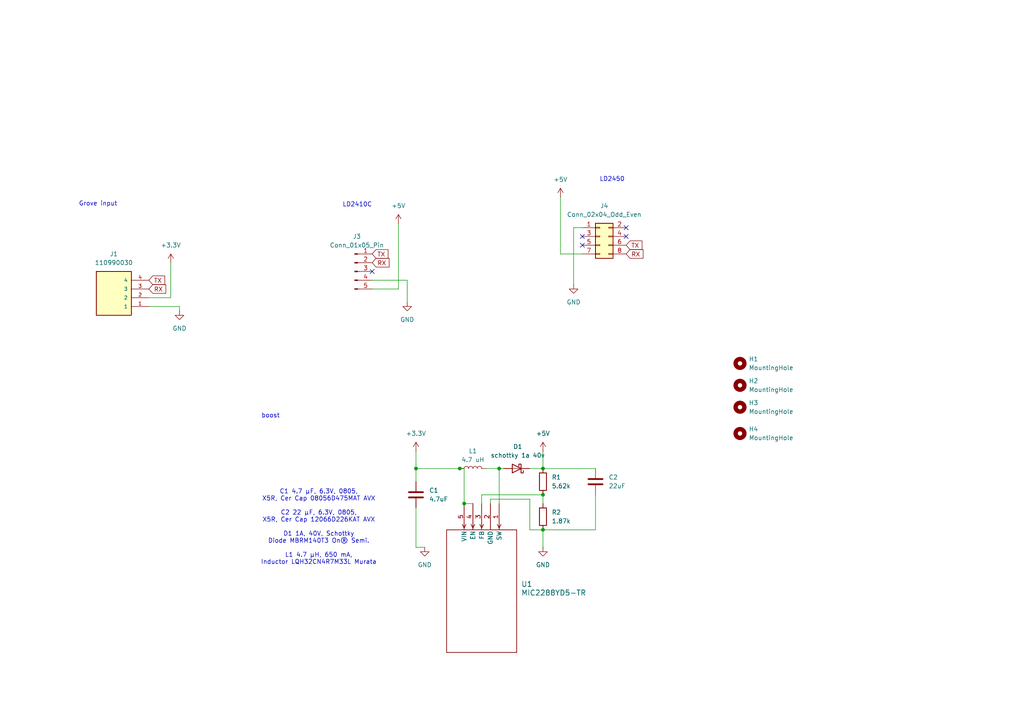
<source format=kicad_sch>
(kicad_sch (version 20231120) (generator "eeschema") (generator_version "8.0")
  (paper "A4")
  (lib_symbols
    (symbol "110990030:110990030" (pin_names (offset 1.016))
      (property "Reference" "J" (at -5.08 5.842 0))
      (property "Value" "110990030" (at -5.08 -8.382 0))
      (symbol "110990030_0_0"
        (rectangle (start -5.08 -7.62) (end 5.08 5.08) (stroke (width 0.254)) (fill (type background)))
        (pin passive line (at -10.16 2.54 0) (length 5.08) (name "1") (number "1"))
        (pin passive line (at -10.16 0 0) (length 5.08) (name "2") (number "2"))
        (pin passive line (at -10.16 -2.54 0) (length 5.08) (name "3") (number "3"))
        (pin passive line (at -10.16 -5.08 0) (length 5.08) (name "4") (number "4"))
      )
    )
    (symbol "Connector:Conn_01x05_Pin" (pin_names (offset 1.016) hide)
      (property "Reference" "J" (at 0 7.62 0))
      (property "Value" "Conn_01x05_Pin" (at 0 -7.62 0))
      (symbol "Conn_01x05_Pin_1_1"
        (polyline (pts (xy 1.27 -5.08) (xy 0.8636 -5.08)) (stroke (width 0.1524)))
        (polyline (pts (xy 1.27 -2.54) (xy 0.8636 -2.54)) (stroke (width 0.1524)))
        (polyline (pts (xy 1.27 0) (xy 0.8636 0)) (stroke (width 0.1524)))
        (polyline (pts (xy 1.27 2.54) (xy 0.8636 2.54)) (stroke (width 0.1524)))
        (polyline (pts (xy 1.27 5.08) (xy 0.8636 5.08)) (stroke (width 0.1524)))
        (rectangle (start 0.8636 -4.953) (end 0 -5.207) (stroke (width 0.1524)) (fill (type outline)))
        (rectangle (start 0.8636 -2.413) (end 0 -2.667) (stroke (width 0.1524)) (fill (type outline)))
        (rectangle (start 0.8636 0.127) (end 0 -0.127) (stroke (width 0.1524)) (fill (type outline)))
        (rectangle (start 0.8636 2.667) (end 0 2.413) (stroke (width 0.1524)) (fill (type outline)))
        (rectangle (start 0.8636 5.207) (end 0 4.953) (stroke (width 0.1524)) (fill (type outline)))
        (pin passive line (at 5.08 5.08 180) (length 3.81) (name "Pin_1") (number "1"))
        (pin passive line (at 5.08 2.54 180) (length 3.81) (name "Pin_2") (number "2"))
        (pin passive line (at 5.08 0 180) (length 3.81) (name "Pin_3") (number "3"))
        (pin passive line (at 5.08 -2.54 180) (length 3.81) (name "Pin_4") (number "4"))
        (pin passive line (at 5.08 -5.08 180) (length 3.81) (name "Pin_5") (number "5"))
      )
    )
    (symbol "Connector_Generic:Conn_02x04_Odd_Even" (pin_names (offset 1.016) hide)
      (property "Reference" "J" (at 1.27 5.08 0))
      (property "Value" "Conn_02x04_Odd_Even" (at 1.27 -7.62 0))
      (symbol "Conn_02x04_Odd_Even_1_1"
        (rectangle (start -1.27 -4.953) (end 0 -5.207) (stroke (width 0.1524)))
        (rectangle (start -1.27 -2.413) (end 0 -2.667) (stroke (width 0.1524)))
        (rectangle (start -1.27 0.127) (end 0 -0.127) (stroke (width 0.1524)))
        (rectangle (start -1.27 2.667) (end 0 2.413) (stroke (width 0.1524)))
        (rectangle (start -1.27 3.81) (end 3.81 -6.35) (stroke (width 0.254)) (fill (type background)))
        (rectangle (start 3.81 -4.953) (end 2.54 -5.207) (stroke (width 0.1524)))
        (rectangle (start 3.81 -2.413) (end 2.54 -2.667) (stroke (width 0.1524)))
        (rectangle (start 3.81 0.127) (end 2.54 -0.127) (stroke (width 0.1524)))
        (rectangle (start 3.81 2.667) (end 2.54 2.413) (stroke (width 0.1524)))
        (pin passive line (at -5.08 2.54 0) (length 3.81) (name "Pin_1") (number "1"))
        (pin passive line (at 7.62 2.54 180) (length 3.81) (name "Pin_2") (number "2"))
        (pin passive line (at -5.08 0 0) (length 3.81) (name "Pin_3") (number "3"))
        (pin passive line (at 7.62 0 180) (length 3.81) (name "Pin_4") (number "4"))
        (pin passive line (at -5.08 -2.54 0) (length 3.81) (name "Pin_5") (number "5"))
        (pin passive line (at 7.62 -2.54 180) (length 3.81) (name "Pin_6") (number "6"))
        (pin passive line (at -5.08 -5.08 0) (length 3.81) (name "Pin_7") (number "7"))
        (pin passive line (at 7.62 -5.08 180) (length 3.81) (name "Pin_8") (number "8"))
      )
    )
    (symbol "Device:C" (pin_numbers hide) (pin_names (offset 0.254))
      (property "Reference" "C" (at 0.635 2.54 0))
      (property "Value" "C" (at 0.635 -2.54 0))
      (symbol "C_0_1"
        (polyline (pts (xy -2.032 -0.762) (xy 2.032 -0.762)) (stroke (width 0.508)))
        (polyline (pts (xy -2.032 0.762) (xy 2.032 0.762)) (stroke (width 0.508)))
      )
      (symbol "C_1_1"
        (pin passive line (at 0 3.81 270) (length 2.794) (name "~") (number "1"))
        (pin passive line (at 0 -3.81 90) (length 2.794) (name "~") (number "2"))
      )
    )
    (symbol "Device:D_Schottky" (pin_numbers hide) (pin_names (offset 1.016) hide)
      (property "Reference" "D" (at 0 2.54 0))
      (property "Value" "D_Schottky" (at 0 -2.54 0))
      (symbol "D_Schottky_0_1"
        (polyline (pts (xy 1.27 0) (xy -1.27 0)))
        (polyline (pts (xy 1.27 1.27) (xy 1.27 -1.27) (xy -1.27 0) (xy 1.27 1.27)) (stroke (width 0.254)))
        (polyline (pts (xy -1.905 0.635) (xy -1.905 1.27) (xy -1.27 1.27) (xy -1.27 -1.27) (xy -0.635 -1.27) (xy -0.635 -0.635)) (stroke (width 0.254)))
      )
      (symbol "D_Schottky_1_1"
        (pin passive line (at -3.81 0 0) (length 2.54) (name "K") (number "1"))
        (pin passive line (at 3.81 0 180) (length 2.54) (name "A") (number "2"))
      )
    )
    (symbol "Device:L" (pin_numbers hide) (pin_names (offset 1.016) hide)
      (property "Reference" "L" (at -1.27 0 90))
      (property "Value" "L" (at 1.905 0 90))
      (symbol "L_0_1"
        (arc (start 0 -2.54) (mid 0.6323 -1.905) (end 0 -1.27))
        (arc (start 0 -1.27) (mid 0.6323 -0.635) (end 0 0))
        (arc (start 0 0) (mid 0.6323 0.635) (end 0 1.27))
        (arc (start 0 1.27) (mid 0.6323 1.905) (end 0 2.54))
      )
      (symbol "L_1_1"
        (pin passive line (at 0 3.81 270) (length 1.27) (name "1") (number "1"))
        (pin passive line (at 0 -3.81 90) (length 1.27) (name "2") (number "2"))
      )
    )
    (symbol "Device:R" (pin_numbers hide) (pin_names (offset 0))
      (property "Reference" "R" (at 2.032 0 90))
      (property "Value" "R" (at 0 0 90))
      (symbol "R_0_1"
        (rectangle (start -1.016 -2.54) (end 1.016 2.54) (stroke (width 0.254)))
      )
      (symbol "R_1_1"
        (pin passive line (at 0 3.81 270) (length 1.27) (name "~") (number "1"))
        (pin passive line (at 0 -3.81 90) (length 1.27) (name "~") (number "2"))
      )
    )
    (symbol "MIC2288YD5:MIC2288YD5-TR" (pin_names (offset 0.254))
      (property "Reference" "U" (at 25.4 10.16 0))
      (property "Value" "MIC2288YD5-TR" (at 25.4 7.62 0))
      (symbol "MIC2288YD5-TR_0_1"
        (polyline (pts (xy 7.0993 -10.16) (xy 6.0579 -10.6807)) (stroke (width 0.2032)))
        (polyline (pts (xy 7.0993 -10.16) (xy 6.0579 -9.6393)) (stroke (width 0.2032)))
        (polyline (pts (xy 7.0993 -7.62) (xy 6.0579 -8.1407)) (stroke (width 0.2032)))
        (polyline (pts (xy 7.0993 -7.62) (xy 6.0579 -7.0993)) (stroke (width 0.2032)))
        (polyline (pts (xy 7.0993 -5.08) (xy 6.0579 -5.6007)) (stroke (width 0.2032)))
        (polyline (pts (xy 7.0993 -5.08) (xy 6.0579 -4.5593)) (stroke (width 0.2032)))
        (polyline (pts (xy 7.0993 0) (xy 6.0579 -0.5207)) (stroke (width 0.2032)))
        (polyline (pts (xy 7.0993 0) (xy 6.0579 0.5207)) (stroke (width 0.2032)))
        (polyline (pts (xy 7.62 -15.24) (xy 43.18 -15.24)) (stroke (width 0.2032)))
        (polyline (pts (xy 7.62 5.08) (xy 7.62 -15.24)) (stroke (width 0.2032)))
        (polyline (pts (xy 43.18 -15.24) (xy 43.18 5.08)) (stroke (width 0.2032)))
        (polyline (pts (xy 43.18 5.08) (xy 7.62 5.08)) (stroke (width 0.2032)))
        (pin input line (at 0 0 0) (length 7.62) (name "SW") (number "1"))
        (pin power_in line (at 0 -2.54 0) (length 7.62) (name "GND") (number "2"))
        (pin input line (at 0 -5.08 0) (length 7.62) (name "FB") (number "3"))
        (pin input line (at 0 -7.62 0) (length 7.62) (name "EN") (number "4"))
        (pin input line (at 0 -10.16 0) (length 7.62) (name "VIN") (number "5"))
      )
    )
    (symbol "Mechanical:MountingHole" (pin_names (offset 1.016)) (exclude_from_sim yes) (in_bom no)
      (property "Reference" "H" (at 0 5.08 0))
      (property "Value" "MountingHole" (at 0 3.175 0))
      (symbol "MountingHole_0_1"
        (circle (center 0 0) (radius 1.27) (stroke (width 1.27)))
      )
    )
    (symbol "power:+3.3V" (power) (pin_numbers hide) (pin_names (offset 0) hide)
      (property "Value" "+3.3V" (at 0 3.556 0))
      (symbol "+3.3V_0_1"
        (polyline (pts (xy -0.762 1.27) (xy 0 2.54)))
        (polyline (pts (xy 0 0) (xy 0 2.54)))
        (polyline (pts (xy 0 2.54) (xy 0.762 1.27)))
      )
      (symbol "+3.3V_1_1"
        (pin power_in line (at 0 0 90) (length 0) (name "~") (number "1"))
      )
    )
    (symbol "power:+5V" (power) (pin_numbers hide) (pin_names (offset 0) hide)
      (property "Value" "+5V" (at 0 3.556 0))
      (symbol "+5V_0_1"
        (polyline (pts (xy -0.762 1.27) (xy 0 2.54)))
        (polyline (pts (xy 0 0) (xy 0 2.54)))
        (polyline (pts (xy 0 2.54) (xy 0.762 1.27)))
      )
      (symbol "+5V_1_1"
        (pin power_in line (at 0 0 90) (length 0) (name "~") (number "1"))
      )
    )
    (symbol "power:GND" (power) (pin_numbers hide) (pin_names (offset 0) hide)
      (property "Value" "GND" (at 0 -3.81 0))
      (symbol "GND_0_1"
        (polyline (pts (xy 0 0) (xy 0 -1.27) (xy 1.27 -1.27) (xy 0 -2.54) (xy -1.27 -1.27) (xy 0 -1.27)))
      )
      (symbol "GND_1_1"
        (pin power_in line (at 0 0 270) (length 0) (name "~") (number "1"))
      )
    )
  )
  (junction (at 157.48 135.89))
  (junction (at 134.62 146.05))
  (junction (at 157.48 153.67))
  (junction (at 120.65 135.89))
  (junction (at 157.48 143.51))
  (junction (at 144.78 135.89))
  (junction (at 133.35 135.89))
  (no_connect (at 168.91 71.12))
  (no_connect (at 181.61 68.58))
  (no_connect (at 168.91 68.58))
  (no_connect (at 181.61 66.04))
  (no_connect (at 107.95 78.74))
  (wire (pts (xy 120.65 135.89) (xy 120.65 139.7)))
  (wire (pts (xy 172.72 143.51) (xy 172.72 153.67)))
  (wire (pts (xy 153.67 135.89) (xy 157.48 135.89)))
  (wire (pts (xy 120.65 135.89) (xy 133.35 135.89)))
  (wire (pts (xy 162.56 73.66) (xy 168.91 73.66)))
  (wire (pts (xy 157.48 153.67) (xy 157.48 158.75)))
  (wire (pts (xy 43.18 88.9) (xy 52.07 88.9)))
  (wire (pts (xy 134.62 146.05) (xy 134.62 135.89)))
  (wire (pts (xy 162.56 57.15) (xy 162.56 73.66)))
  (wire (pts (xy 142.24 144.78) (xy 153.67 144.78)))
  (wire (pts (xy 168.91 66.04) (xy 166.37 66.04)))
  (wire (pts (xy 133.35 135.89) (xy 134.62 135.89)))
  (wire (pts (xy 139.7 143.51) (xy 157.48 143.51)))
  (wire (pts (xy 172.72 135.89) (xy 157.48 135.89)))
  (wire (pts (xy 107.95 83.82) (xy 115.57 83.82)))
  (wire (pts (xy 172.72 153.67) (xy 157.48 153.67)))
  (wire (pts (xy 166.37 66.04) (xy 166.37 82.55)))
  (wire (pts (xy 118.11 81.28) (xy 118.11 87.63)))
  (wire (pts (xy 157.48 135.89) (xy 157.48 130.81)))
  (wire (pts (xy 107.95 81.28) (xy 118.11 81.28)))
  (wire (pts (xy 120.65 158.75) (xy 123.19 158.75)))
  (wire (pts (xy 52.07 88.9) (xy 52.07 90.17)))
  (wire (pts (xy 144.78 135.89) (xy 146.05 135.89)))
  (wire (pts (xy 153.67 153.67) (xy 157.48 153.67)))
  (wire (pts (xy 139.7 146.05) (xy 139.7 143.51)))
  (wire (pts (xy 144.78 146.05) (xy 144.78 135.89)))
  (wire (pts (xy 134.62 146.05) (xy 137.16 146.05)))
  (wire (pts (xy 153.67 144.78) (xy 153.67 153.67)))
  (wire (pts (xy 140.97 135.89) (xy 144.78 135.89)))
  (wire (pts (xy 49.53 86.36) (xy 49.53 76.2)))
  (wire (pts (xy 115.57 83.82) (xy 115.57 64.77)))
  (wire (pts (xy 142.24 146.05) (xy 142.24 144.78)))
  (wire (pts (xy 120.65 147.32) (xy 120.65 158.75)))
  (wire (pts (xy 43.18 86.36) (xy 49.53 86.36)))
  (wire (pts (xy 157.48 143.51) (xy 157.48 146.05)))
  (wire (pts (xy 120.65 130.81) (xy 120.65 135.89)))
  (text "LD2450" (at 177.546 52.07 0) (effects (font (size 1.27 1.27))))
  (text "Grove input" (at 28.448 59.182 0) (effects (font (size 1.27 1.27))))
  (text "C1 4.7 µF, 6.3V, 0805,\nX5R, Cer Cap 08056D475MAT AVX\n\nC2 22 µF, 6.3V, 0805,\nX5R, Cer Cap 12066D226KAT AVX\n\nD1 1A, 40V, Schottky\nDiode MBRM140T3 On® Semi.\n\nL1 4.7 µH, 650 mA,\nInductor LQH32CN4R7M33L Murata" (at 92.456 152.908 0) (effects (font (size 1.27 1.27))))
  (text "LD2410C\n" (at 103.632 59.436 0) (effects (font (size 1.27 1.27))))
  (text "boost" (at 78.486 120.65 0) (effects (font (size 1.27 1.27))))
  (global_label "RX" (shape input) (at 181.61 73.66 0) (property "Intersheetrefs" "${INTERSHEET_REFS}" (effects (hide yes))))
  (global_label "TX" (shape input) (at 107.95 73.66 0) (property "Intersheetrefs" "${INTERSHEET_REFS}" (effects (hide yes))))
  (global_label "TX" (shape input) (at 181.61 71.12 0) (property "Intersheetrefs" "${INTERSHEET_REFS}" (effects (hide yes))))
  (global_label "RX" (shape input) (at 107.95 76.2 0) (property "Intersheetrefs" "${INTERSHEET_REFS}" (effects (hide yes))))
  (global_label "RX" (shape input) (at 43.18 83.82 0) (property "Intersheetrefs" "${INTERSHEET_REFS}" (effects (hide yes))))
  (global_label "TX" (shape input) (at 43.18 81.28 0) (property "Intersheetrefs" "${INTERSHEET_REFS}" (effects (hide yes))))
  (symbol (lib_id "Device:C") (at 172.72 139.7 0) (unit 1)
    (property "Reference" "C2" (at 176.53 138.4299 0) (effects (justify left)))
    (property "Value" "22uF" (at 176.53 140.9699 0) (effects (justify left)))
    (property "Footprint" "Capacitor_SMD:C_0805_2012Metric_Pad1.18x1.45mm_HandSolder" (effects (hide yes)))
    (property "Description" "Unpolarized capacitor" (effects (hide yes)))
  )
  (symbol (lib_id "power:GND") (at 118.11 87.63 0) (unit 1)
    (property "Reference" "#PWR02" (effects (hide yes)))
    (property "Value" "GND" (at 118.11 92.71 0))
    (property "Description" "Power symbol creates a global label with name \"GND\" , ground" (effects (hide yes)))
  )
  (symbol (lib_id "Device:R") (at 157.48 139.7 0) (unit 1)
    (property "Reference" "R1" (at 160.02 138.4299 0) (effects (justify left)))
    (property "Value" "5.62k" (at 160.02 140.9699 0) (effects (justify left)))
    (property "Footprint" "Resistor_SMD:R_0805_2012Metric_Pad1.20x1.40mm_HandSolder" (effects (hide yes)))
    (property "Description" "Resistor" (effects (hide yes)))
  )
  (symbol (lib_id "Device:C") (at 120.65 143.51 0) (unit 1)
    (property "Reference" "C1" (at 124.46 142.2399 0) (effects (justify left)))
    (property "Value" "4.7uF" (at 124.46 144.7799 0) (effects (justify left)))
    (property "Footprint" "Capacitor_SMD:C_0805_2012Metric_Pad1.18x1.45mm_HandSolder" (effects (hide yes)))
    (property "Description" "Unpolarized capacitor" (effects (hide yes)))
  )
  (symbol (lib_id "MIC2288YD5:MIC2288YD5-TR") (at 144.78 146.05 270) (unit 1)
    (property "Reference" "U1" (at 151.13 169.3988 90) (effects (font (size 1.524 1.524)) (justify left)))
    (property "Value" "MIC2288YD5-TR" (at 151.13 171.9388 90) (effects (font (size 1.524 1.524)) (justify left)))
    (property "Footprint" "MIC2288YD5:TSOT-23-5_D5_MCH" (effects (hide yes)))
    (property "Datasheet" "MIC2288YD5-TR" (effects (hide yes)))
  )
  (symbol (lib_id "power:+5V") (at 115.57 64.77 0) (unit 1)
    (property "Reference" "#PWR012" (effects (hide yes)))
    (property "Value" "+5V" (at 115.57 59.69 0))
    (property "Description" "Power symbol creates a global label with name \"+5V\"" (effects (hide yes)))
  )
  (symbol (lib_id "Mechanical:MountingHole") (at 214.63 105.41 0) (unit 1) (exclude_from_sim yes) (in_bom no)
    (property "Reference" "H1" (at 217.17 104.1399 0) (effects (justify left)))
    (property "Value" "MountingHole" (at 217.17 106.6799 0) (effects (justify left)))
    (property "Footprint" "MountingHole:MountingHole_3.2mm_M3" (effects (hide yes)))
    (property "Description" "Mounting Hole without connection" (effects (hide yes)))
  )
  (symbol (lib_id "Connector_Generic:Conn_02x04_Odd_Even") (at 173.99 68.58 0) (unit 1)
    (property "Reference" "J4" (at 175.26 59.69 0))
    (property "Value" "Conn_02x04_Odd_Even" (at 175.26 62.23 0))
    (property "Footprint" "Connector_PinSocket_2.00mm:PinSocket_2x04_P2.00mm_Vertical" (effects (hide yes)))
    (property "Description" "Generic connector, double row, 02x04, odd/even pin numbering scheme (row 1 odd numbers, row 2 even numbers), script generated (kicad-library-utils/schlib/autogen/connector/)" (effects (hide yes)))
  )
  (symbol (lib_id "power:GND") (at 123.19 158.75 0) (unit 1)
    (property "Reference" "#PWR010" (effects (hide yes)))
    (property "Value" "GND" (at 123.19 163.83 0))
    (property "Description" "Power symbol creates a global label with name \"GND\" , ground" (effects (hide yes)))
  )
  (symbol (lib_id "Mechanical:MountingHole") (at 214.63 125.73 0) (unit 1) (exclude_from_sim yes) (in_bom no)
    (property "Reference" "H4" (at 217.17 124.4599 0) (effects (justify left)))
    (property "Value" "MountingHole" (at 217.17 126.9999 0) (effects (justify left)))
    (property "Footprint" "MountingHole:MountingHole_3.2mm_M3" (effects (hide yes)))
    (property "Description" "Mounting Hole without connection" (effects (hide yes)))
  )
  (symbol (lib_id "power:+3.3V") (at 49.53 76.2 0) (unit 1)
    (property "Reference" "#PWR013" (effects (hide yes)))
    (property "Value" "+3.3V" (at 49.53 71.12 0))
    (property "Description" "Power symbol creates a global label with name \"+3.3V\"" (effects (hide yes)))
  )
  (symbol (lib_id "power:+5V") (at 157.48 130.81 0) (unit 1)
    (property "Reference" "#PWR08" (effects (hide yes)))
    (property "Value" "+5V" (at 157.48 125.73 0))
    (property "Description" "Power symbol creates a global label with name \"+5V\"" (effects (hide yes)))
  )
  (symbol (lib_id "Device:D_Schottky") (at 149.86 135.89 180) (unit 1)
    (property "Reference" "D1" (at 150.1775 129.54 0))
    (property "Value" "schottky 1a 40v" (at 150.1775 132.08 0))
    (property "Footprint" "Diode_SMD:D_2114_3652Metric_Pad1.85x3.75mm_HandSolder" (effects (hide yes)))
    (property "Description" "Schottky diode" (effects (hide yes)))
  )
  (symbol (lib_id "110990030:110990030") (at 33.02 86.36 180) (unit 1)
    (property "Reference" "J1" (at 33.02 73.66 0))
    (property "Value" "110990030" (at 33.02 76.2 0))
    (property "Footprint" "GROVE connector:SEEED_110990030" (effects (hide yes)))
    (property "PARTREV" "A" (effects (hide yes)))
    (property "MANUFACTURER" "Seeed Technology" (effects (hide yes)))
    (property "MAXIMUM_PACKAGE_HEIGHT" "8.1mm" (effects (hide yes)))
    (property "STANDARD" "Manufacturer Recommendations" (effects (hide yes)))
  )
  (symbol (lib_id "Mechanical:MountingHole") (at 214.63 111.76 0) (unit 1) (exclude_from_sim yes) (in_bom no)
    (property "Reference" "H2" (at 217.17 110.4899 0) (effects (justify left)))
    (property "Value" "MountingHole" (at 217.17 113.0299 0) (effects (justify left)))
    (property "Footprint" "MountingHole:MountingHole_3.2mm_M3" (effects (hide yes)))
    (property "Description" "Mounting Hole without connection" (effects (hide yes)))
  )
  (symbol (lib_id "Connector:Conn_01x05_Pin") (at 102.87 78.74 0) (unit 1)
    (property "Reference" "J3" (at 103.505 68.58 0))
    (property "Value" "Conn_01x05_Pin" (at 103.505 71.12 0))
    (property "Footprint" "Connector_PinHeader_2.54mm:PinHeader_1x05_P2.54mm_Vertical" (effects (hide yes)))
    (property "Description" "Generic connector, single row, 01x05, script generated" (effects (hide yes)))
  )
  (symbol (lib_id "Mechanical:MountingHole") (at 214.63 118.11 0) (unit 1) (exclude_from_sim yes) (in_bom no)
    (property "Reference" "H3" (at 217.17 116.8399 0) (effects (justify left)))
    (property "Value" "MountingHole" (at 217.17 119.3799 0) (effects (justify left)))
    (property "Footprint" "MountingHole:MountingHole_3.2mm_M3" (effects (hide yes)))
    (property "Description" "Mounting Hole without connection" (effects (hide yes)))
  )
  (symbol (lib_id "Device:L") (at 137.16 135.89 90) (unit 1)
    (property "Reference" "L1" (at 137.16 130.81 90))
    (property "Value" "4.7 uH" (at 137.16 133.35 90))
    (property "Footprint" "Inductor_SMD:L_TDK_SLF6045" (effects (hide yes)))
    (property "Description" "Inductor" (effects (hide yes)))
  )
  (symbol (lib_id "power:+3.3V") (at 120.65 130.81 0) (unit 1)
    (property "Reference" "#PWR07" (effects (hide yes)))
    (property "Value" "+3.3V" (at 120.65 125.73 0))
    (property "Description" "Power symbol creates a global label with name \"+3.3V\"" (effects (hide yes)))
  )
  (symbol (lib_id "power:GND") (at 157.48 158.75 0) (unit 1)
    (property "Reference" "#PWR09" (effects (hide yes)))
    (property "Value" "GND" (at 157.48 163.83 0))
    (property "Description" "Power symbol creates a global label with name \"GND\" , ground" (effects (hide yes)))
  )
  (symbol (lib_id "power:GND") (at 166.37 82.55 0) (unit 1)
    (property "Reference" "#PWR03" (effects (hide yes)))
    (property "Value" "GND" (at 166.37 87.63 0))
    (property "Description" "Power symbol creates a global label with name \"GND\" , ground" (effects (hide yes)))
  )
  (symbol (lib_id "Device:R") (at 157.48 149.86 0) (unit 1)
    (property "Reference" "R2" (at 160.02 148.5899 0) (effects (justify left)))
    (property "Value" "1.87k" (at 160.02 151.1299 0) (effects (justify left)))
    (property "Footprint" "Resistor_SMD:R_0805_2012Metric_Pad1.20x1.40mm_HandSolder" (effects (hide yes)))
    (property "Description" "Resistor" (effects (hide yes)))
  )
  (symbol (lib_id "power:+5V") (at 162.56 57.15 0) (unit 1)
    (property "Reference" "#PWR011" (effects (hide yes)))
    (property "Value" "+5V" (at 162.56 52.07 0))
    (property "Description" "Power symbol creates a global label with name \"+5V\"" (effects (hide yes)))
  )
  (symbol (lib_id "power:GND") (at 52.07 90.17 0) (unit 1)
    (property "Reference" "#PWR014" (effects (hide yes)))
    (property "Value" "GND" (at 52.07 95.25 0))
    (property "Description" "Power symbol creates a global label with name \"GND\" , ground" (effects (hide yes)))
  )
)
</source>
